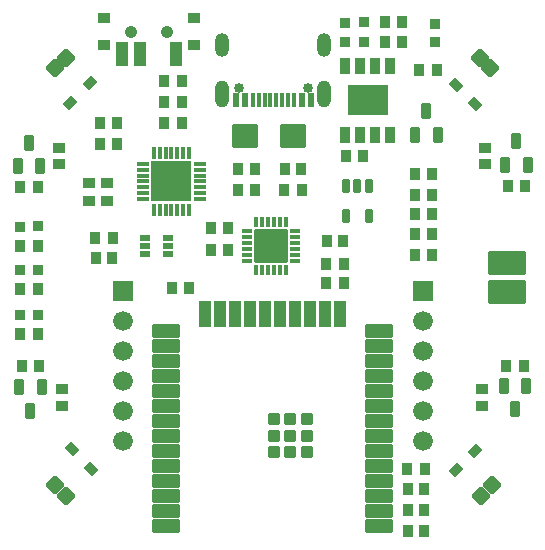
<source format=gts>
G04 Layer: TopSolderMaskLayer*
G04 EasyEDA Pro v2.2.40.8, 2025-10-27 13:57:15*
G04 Gerber Generator version 0.3*
G04 Scale: 100 percent, Rotated: No, Reflected: No*
G04 Dimensions in millimeters*
G04 Leading zeros omitted, absolute positions, 4 integers and 5 decimals*
G04 Generated by one-click*
%FSLAX45Y45*%
%MOMM*%
%AMRect*21,1,$1,$2,0,0,$3*%
%AMRoundRect*1,1,$1,$2,$3*1,1,$1,$4,$5*1,1,$1,0-$2,0-$3*1,1,$1,0-$4,0-$5*20,1,$1,$2,$3,$4,$5,0*20,1,$1,$4,$5,0-$2,0-$3,0*20,1,$1,0-$2,0-$3,0-$4,0-$5,0*20,1,$1,0-$4,0-$5,$2,$3,0*4,1,4,$2,$3,$4,$5,0-$2,0-$3,0-$4,0-$5,$2,$3,0*%
%ADD10Rect,1.0X0.75X45.0*%
%ADD11Rect,0.75X1.0X45.0*%
%ADD12R,1.10007X0.92989*%
%ADD13RoundRect,0.09224X-0.45464X1.00468X0.45464X1.00468*%
%ADD14RoundRect,0.09131X-0.40519X0.40519X0.40519X0.40519*%
%ADD15RoundRect,0.04437X-0.1532X0.57827X0.1532X0.57827*%
%ADD16R,0.59995X1.15011*%
%ADD17RoundRect,0.09224X-0.45464X0.45464X0.45464X0.45464*%
%ADD18RoundRect,0.17037X-1.06485X0.4898X1.06485X0.4898*%
%ADD19RoundRect,0.0937X-0.47946X1.05451X0.47946X1.05451*%
%ADD20RoundRect,0.09265X-0.47946X1.05451X0.47946X1.05451*%
%ADD21RoundRect,0.09804X-1.35179X1.35179X1.35179X1.35179*%
%ADD22O,0.38151X0.9017*%
%ADD23O,0.9017X0.38151*%
%ADD24RoundRect,0.08789X-0.28181X0.50685X0.28181X0.50685*%
%ADD25RoundRect,0.09869X-1.67646X1.67646X1.67646X1.67646*%
%ADD26RoundRect,0.08023X-0.15064X0.46318X0.15064X0.46318*%
%ADD27RoundRect,0.08023X-0.46318X0.15064X0.46318X0.15064*%
%ADD28RoundRect,0.09763X-1.65197X1.20201X1.65197X1.20201*%
%ADD29RoundRect,0.16217X-0.32049X0.62046X0.32049X0.62046*%
%ADD30RoundRect,0.09138X-0.43716X0.40834X0.43716X0.40834*%
%ADD31RoundRect,0.09139X-0.43691X0.40897X0.43691X0.40897*%
%ADD32RoundRect,0.09139X-0.40897X0.43691X0.40897X0.43691*%
%ADD33RoundRect,0.09017X-0.35573X0.63068X0.35573X0.63068*%
%ADD34RoundRect,0.08294X-0.39935X0.18434X0.39935X0.18434*%
%ADD35RoundRect,0.18182X-1.00909X0.90914X1.00909X0.90914*%
%ADD36RoundRect,0.09131X-0.45511X0.40519X0.45511X0.40519*%
%ADD37RoundRect,0.09131X-0.40519X0.45511X0.40519X0.45511*%
%ADD38C,0.85319*%
%ADD39C,1.05308*%
%ADD40RoundRect,0.17417X-0.73895X0.0X0.0X0.73895*%
%ADD41RoundRect,0.18182X-1.50909X0.90914X1.50909X0.90914*%
%ADD42O,1.2X2.30007*%
%ADD43O,1.2X2.0001*%
%ADD44RoundRect,0.14004X-0.79358X0.79358X0.79358X0.79358*%
%ADD45C,1.6764*%
G75*


G04 Pad Start*
G54D10*
G01X2343506Y8795080D03*
G01X2177694Y8629269D03*
G54D11*
G01X2190394Y5696306D03*
G01X2356206Y5530469D03*
G54D10*
G01X5441569Y5517769D03*
G01X5607406Y5683606D03*
G54D11*
G01X5607406Y8616569D03*
G01X5441569Y8782406D03*
G54D12*
G01X3224784Y9116847D03*
G01X3224784Y9343847D03*
G01X2464791Y9343847D03*
G01X2464791Y9116847D03*
G54D13*
G01X2619807Y9045702D03*
G01X2769794Y9045702D03*
G01X3069793Y9045702D03*
G54D14*
G01X5270856Y9140241D03*
G01X5270144Y9300134D03*
G01X4504741Y9308719D03*
G01X4664659Y9309430D03*
G01X4504741Y9143619D03*
G01X4664659Y9144330D03*
G54D15*
G01X4073906Y8648751D03*
G01X4023893Y8648751D03*
G01X3973906Y8648751D03*
G01X3923894Y8648751D03*
G01X3873906Y8648751D03*
G01X3823894Y8648751D03*
G01X3773907Y8648751D03*
G01X3723894Y8648751D03*
G54D16*
G01X3658895Y8648751D03*
G01X3578911Y8648751D03*
G01X4138905Y8648751D03*
G01X4218915Y8648751D03*
G54D17*
G01X3902431Y5951449D03*
G01X4042435Y5951449D03*
G01X4182440Y5951449D03*
G01X4182440Y5671439D03*
G01X4042435Y5671439D03*
G01X3902431Y5671439D03*
G01X3902431Y5811444D03*
G01X4182440Y5811444D03*
G01X4042461Y5811444D03*
G54D18*
G01X2992450Y5043348D03*
G01X2992450Y5170348D03*
G01X2992450Y5297348D03*
G01X2992450Y5424348D03*
G01X2992450Y5551348D03*
G01X2992450Y5678348D03*
G01X2992450Y5805348D03*
G01X2992450Y5932348D03*
G01X2992450Y6059348D03*
G01X2992450Y6186348D03*
G01X2992450Y6313348D03*
G01X2992450Y6440348D03*
G01X2992450Y6567348D03*
G01X2992450Y6694348D03*
G54D20*
G01X3320923Y6843852D03*
G01X3447923Y6843852D03*
G01X3574923Y6843852D03*
G01X3701923Y6843852D03*
G01X3828923Y6843852D03*
G01X3955923Y6843852D03*
G01X4082923Y6843852D03*
G01X4209923Y6843852D03*
G01X4336923Y6843852D03*
G01X4463923Y6843852D03*
G54D18*
G01X4792447Y6694348D03*
G01X4792447Y6567348D03*
G01X4792447Y6440348D03*
G01X4792447Y6313348D03*
G01X4792447Y6186348D03*
G01X4792447Y6059348D03*
G01X4792447Y5932348D03*
G01X4792447Y5805348D03*
G01X4792447Y5678348D03*
G01X4792447Y5551348D03*
G01X4792447Y5424348D03*
G01X4792447Y5297348D03*
G01X4792447Y5170348D03*
G01X4792447Y5043348D03*
G54D21*
G01X3879190Y7418045D03*
G54D22*
G01X4004183Y7216800D03*
G01X3954196Y7216800D03*
G01X3904183Y7216800D03*
G01X3854196Y7216800D03*
G01X3804183Y7216800D03*
G01X3754196Y7216800D03*
G54D23*
G01X3679190Y7292594D03*
G01X3679190Y7341794D03*
G01X3679190Y7391806D03*
G01X3679190Y7441794D03*
G01X3679190Y7491806D03*
G01X3679190Y7541793D03*
G54D22*
G01X3754196Y7616800D03*
G01X3804183Y7616800D03*
G01X3854196Y7616800D03*
G01X3904183Y7616800D03*
G01X3954196Y7616800D03*
G01X4004183Y7616800D03*
G54D23*
G01X4079189Y7541793D03*
G01X4079189Y7491806D03*
G01X4079189Y7441794D03*
G01X4079189Y7391806D03*
G01X4079189Y7341794D03*
G01X4079189Y7291807D03*
G54D24*
G01X4705096Y7924927D03*
G01X4610100Y7924927D03*
G01X4515079Y7924927D03*
G01X4515079Y7670648D03*
G01X4705096Y7670648D03*
G54D25*
G01X3035300Y7962875D03*
G54D26*
G01X2885313Y8200619D03*
G01X2935300Y8200619D03*
G01X2985313Y8200619D03*
G01X3035300Y8200619D03*
G01X3085313Y8200619D03*
G01X3135300Y8200619D03*
G01X3185312Y8200619D03*
G54D27*
G01X3273044Y8112862D03*
G01X3273044Y8062874D03*
G01X3273044Y8012862D03*
G01X3273044Y7962875D03*
G01X3273044Y7912862D03*
G01X3273044Y7862875D03*
G01X3273044Y7812862D03*
G54D26*
G01X3185312Y7725131D03*
G01X3135300Y7725131D03*
G01X3085313Y7725131D03*
G01X3035300Y7725131D03*
G01X2985313Y7725131D03*
G01X2935300Y7725131D03*
G01X2885313Y7725131D03*
G54D27*
G01X2797556Y7812862D03*
G01X2797556Y7862875D03*
G01X2797556Y7912862D03*
G01X2797556Y7962875D03*
G01X2797556Y8012862D03*
G01X2797556Y8062874D03*
G01X2797556Y8112862D03*
G54D28*
G01X4699000Y8648700D03*
G54D29*
G01X4508500Y8939530D03*
G01X4635500Y8939530D03*
G01X4762500Y8939530D03*
G01X4889500Y8939530D03*
G01X4889500Y8357870D03*
G01X4762500Y8357870D03*
G01X4635500Y8357870D03*
G01X4508500Y8357870D03*
G54D30*
G01X2336800Y7949311D03*
G54D31*
G01X2336800Y7798664D03*
G54D32*
G01X1753464Y6667475D03*
G01X1904111Y6667475D03*
G01X1753464Y7048475D03*
G01X1904111Y7048475D03*
G01X1753464Y7416775D03*
G01X1904111Y7416775D03*
G01X1904111Y7912075D03*
G01X1753464Y7912075D03*
G01X1766164Y6400775D03*
G01X1916811Y6400775D03*
G01X5868264Y6400775D03*
G01X6018911Y6400775D03*
G01X6031611Y7924775D03*
G01X5880964Y7924775D03*
G01X2539111Y7480275D03*
G01X2388464Y7480275D03*
G01X2972664Y8458200D03*
G01X3123336Y8458200D03*
G01X3186811Y7061175D03*
G01X3036164Y7061175D03*
G01X5030064Y5524500D03*
G01X5180711Y5524500D03*
G01X4344264Y7099275D03*
G01X4494911Y7099275D03*
G01X3123336Y8813800D03*
G01X2972664Y8813800D03*
G01X5093564Y7683475D03*
G01X5244211Y7683475D03*
G01X5244211Y7518375D03*
G01X5093564Y7518375D03*
G01X4990236Y9309100D03*
G01X4839564Y9309100D03*
G01X4509364Y8178775D03*
G01X4660011Y8178775D03*
G54D30*
G01X2489200Y7949311D03*
G54D31*
G01X2489200Y7798664D03*
G54D32*
G01X4990236Y9144000D03*
G01X4839564Y9144000D03*
G01X3745611Y8064475D03*
G01X3594964Y8064475D03*
G01X2972664Y8636000D03*
G01X3123336Y8636000D03*
G01X4139311Y7886675D03*
G01X3988664Y7886675D03*
G01X4344264Y7264375D03*
G01X4494911Y7264375D03*
G01X5131664Y8902675D03*
G01X5282311Y8902675D03*
G54D33*
G01X1828800Y8291474D03*
G01X1923796Y8091475D03*
G01X1733804Y8091475D03*
G01X1841500Y6021375D03*
G01X1746504Y6221374D03*
G01X1936496Y6221374D03*
G01X5943600Y6034075D03*
G01X5848604Y6234074D03*
G01X6038596Y6234074D03*
G01X5956275Y8304174D03*
G01X6051271Y8104175D03*
G01X5861304Y8104175D03*
G54D34*
G01X2809291Y7351776D03*
G01X2809291Y7416775D03*
G01X2809291Y7481773D03*
G01X3007284Y7481773D03*
G01X3007284Y7416775D03*
G01X3007284Y7351776D03*
G54D33*
G01X5194300Y8558174D03*
G01X5289296Y8358175D03*
G01X5099304Y8358175D03*
G54D14*
G01X1908734Y6832930D03*
G01X1748841Y6832244D03*
G01X1908734Y7213930D03*
G01X1748841Y7213244D03*
G01X1908734Y7582230D03*
G01X1748841Y7581544D03*
G54D35*
G01X4060800Y8343875D03*
G01X3660800Y8343875D03*
G54D36*
G01X2082800Y8248777D03*
G01X2082800Y8108772D03*
G01X2108200Y6064098D03*
G01X2108200Y6204077D03*
G01X5664200Y6064098D03*
G01X5664200Y6204077D03*
G01X5689600Y8248777D03*
G01X5689600Y8108772D03*
G54D37*
G01X2571902Y8458175D03*
G01X2431898Y8458175D03*
G01X2431898Y8280375D03*
G01X2571902Y8280375D03*
G01X2533802Y7315175D03*
G01X2393798Y7315175D03*
G01X5035398Y5003800D03*
G01X5175377Y5003800D03*
G01X5175377Y5359400D03*
G01X5035398Y5359400D03*
G01X3511702Y7378675D03*
G01X3371698Y7378675D03*
G01X3511702Y7569175D03*
G01X3371698Y7569175D03*
G01X5238877Y7340575D03*
G01X5098898Y7340575D03*
G01X5098898Y7848575D03*
G01X5238877Y7848575D03*
G01X4349598Y7454875D03*
G01X4489602Y7454875D03*
G01X5238877Y8026375D03*
G01X5098898Y8026375D03*
G01X3600298Y7886675D03*
G01X3740302Y7886675D03*
G01X5175377Y5181600D03*
G01X5035398Y5181600D03*
G01X4134002Y8064475D03*
G01X3993998Y8064475D03*
G54D38*
G01X4187901Y8756193D03*
G01X3609899Y8756193D03*
G54D39*
G01X2994812Y9230309D03*
G01X2694788Y9230309D03*
G54D40*
G01X2139696Y9010396D03*
G01X2051304Y8922004D03*
G01X2051304Y5390896D03*
G01X2139696Y5302504D03*
G01X5658079Y5302504D03*
G01X5746496Y5390896D03*
G01X5733796Y8922004D03*
G01X5645404Y9010396D03*
G54D41*
G01X5880100Y7025107D03*
G01X5880100Y7275093D03*
G54D42*
G01X4330903Y8706256D03*
G01X3466897Y8706256D03*
G54D43*
G01X4330903Y9121242D03*
G01X3466897Y9121242D03*
G54D44*
G01X5168900Y7035775D03*
G54D45*
G01X5168900Y6781775D03*
G01X5168900Y6527775D03*
G01X5168900Y6273775D03*
G01X5168900Y6019775D03*
G01X5168900Y5765775D03*
G54D44*
G01X2628900Y7035775D03*
G54D45*
G01X2628900Y6781775D03*
G01X2628900Y6527775D03*
G01X2628900Y6273775D03*
G01X2628900Y6019775D03*
G01X2628900Y5765775D03*
G04 Pad End*

M02*


</source>
